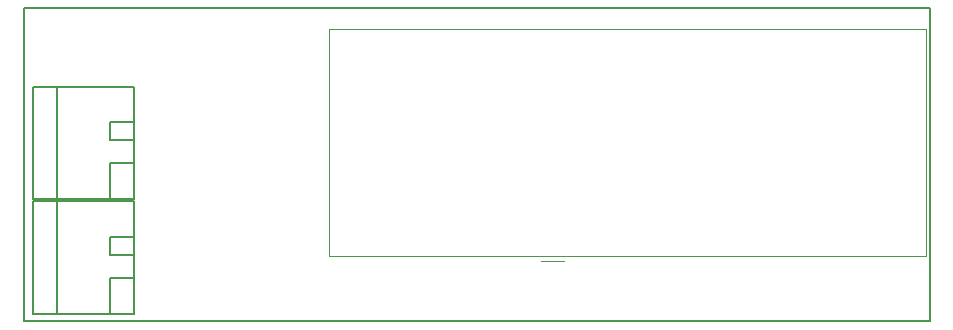
<source format=gto>
G04 #@! TF.FileFunction,Legend,Top*
%FSLAX46Y46*%
G04 Gerber Fmt 4.6, Leading zero omitted, Abs format (unit mm)*
G04 Created by KiCad (PCBNEW 4.0.7) date 11/22/17 14:23:38*
%MOMM*%
%LPD*%
G01*
G04 APERTURE LIST*
%ADD10C,0.100000*%
%ADD11C,0.150000*%
%ADD12C,0.120000*%
G04 APERTURE END LIST*
D10*
D11*
X18034000Y-22352000D02*
X18542000Y-22352000D01*
X18034000Y-23431500D02*
X18034000Y-22352000D01*
X94742000Y-22352000D02*
X94742000Y-23431500D01*
X18034000Y-48831500D02*
X18034000Y-23431500D01*
X39878000Y-48831500D02*
X18034000Y-48831500D01*
X94742000Y-48831500D02*
X39878000Y-48831500D01*
X94742000Y-47307500D02*
X94742000Y-48831500D01*
X94742000Y-23431500D02*
X94742000Y-47307500D01*
X18542000Y-22352000D02*
X94742000Y-22352000D01*
D12*
X43881500Y-43338500D02*
X43881500Y-24098500D01*
X43881500Y-43338500D02*
X94421500Y-43338500D01*
X94421500Y-43338500D02*
X94421500Y-24098500D01*
X94421500Y-24098500D02*
X43881500Y-24098500D01*
X61801500Y-43718500D02*
X63801500Y-43718500D01*
D11*
X20863560Y-48183800D02*
X20863560Y-38684200D01*
X27363420Y-43185080D02*
X25364440Y-43185080D01*
X25364440Y-43185080D02*
X25364440Y-41683940D01*
X25364440Y-41683940D02*
X27363420Y-41683940D01*
X25364440Y-48183800D02*
X25364440Y-45184060D01*
X25364440Y-45184060D02*
X27315160Y-45184060D01*
X27363420Y-38684200D02*
X18864580Y-38684200D01*
X18864580Y-38684200D02*
X18864580Y-48183800D01*
X18864580Y-48183800D02*
X27363420Y-48183800D01*
X27363420Y-48183800D02*
X27363420Y-38684200D01*
X20863560Y-38465760D02*
X20863560Y-28966160D01*
X27363420Y-33467040D02*
X25364440Y-33467040D01*
X25364440Y-33467040D02*
X25364440Y-31965900D01*
X25364440Y-31965900D02*
X27363420Y-31965900D01*
X25364440Y-38465760D02*
X25364440Y-35466020D01*
X25364440Y-35466020D02*
X27315160Y-35466020D01*
X27363420Y-28966160D02*
X18864580Y-28966160D01*
X18864580Y-28966160D02*
X18864580Y-38465760D01*
X18864580Y-38465760D02*
X27363420Y-38465760D01*
X27363420Y-38465760D02*
X27363420Y-28966160D01*
M02*

</source>
